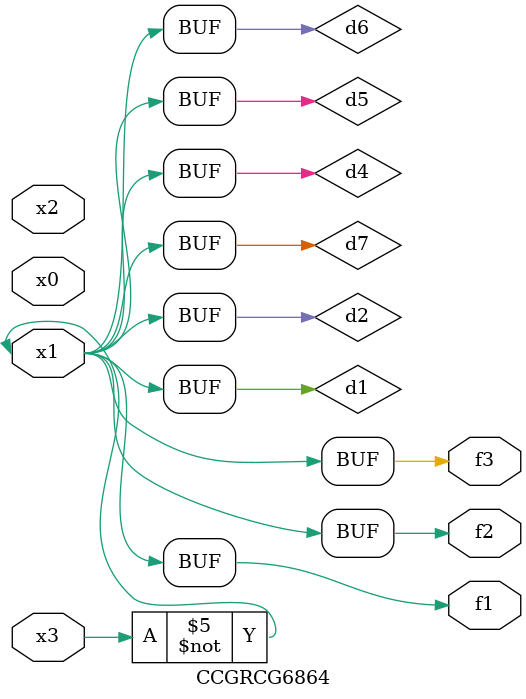
<source format=v>
module CCGRCG6864(
	input x0, x1, x2, x3,
	output f1, f2, f3
);

	wire d1, d2, d3, d4, d5, d6, d7;

	not (d1, x3);
	buf (d2, x1);
	xnor (d3, d1, d2);
	nor (d4, d1);
	buf (d5, d1, d2);
	buf (d6, d4, d5);
	nand (d7, d4);
	assign f1 = d6;
	assign f2 = d7;
	assign f3 = d6;
endmodule

</source>
